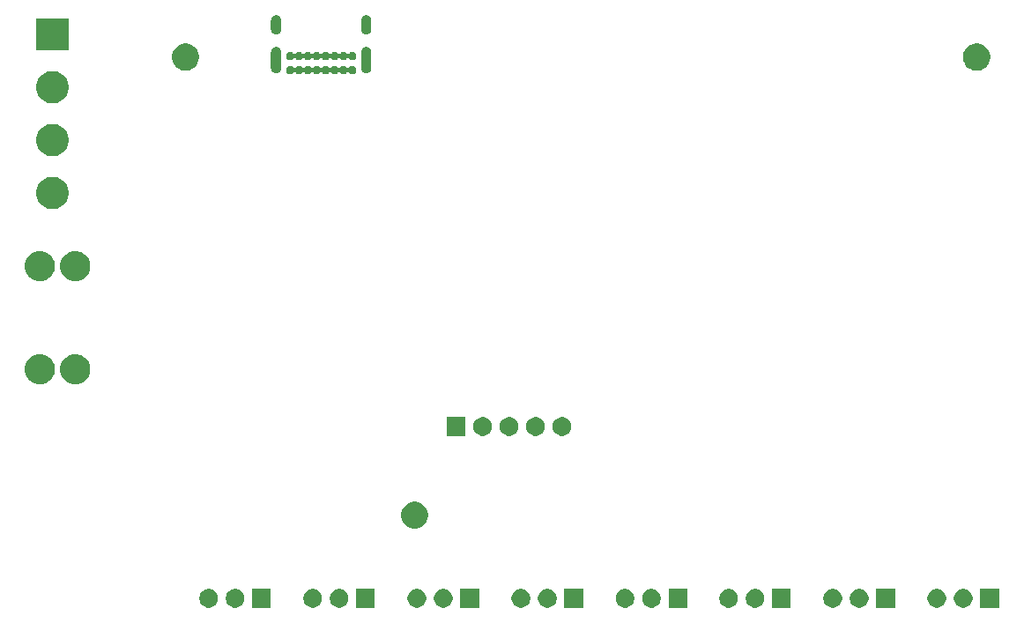
<source format=gbs>
G04 #@! TF.GenerationSoftware,KiCad,Pcbnew,5.1.5-1.fc30*
G04 #@! TF.CreationDate,2020-01-13T20:30:00-05:00*
G04 #@! TF.ProjectId,dot,646f742e-6b69-4636-9164-5f7063625858,rev?*
G04 #@! TF.SameCoordinates,Original*
G04 #@! TF.FileFunction,Soldermask,Bot*
G04 #@! TF.FilePolarity,Negative*
%FSLAX46Y46*%
G04 Gerber Fmt 4.6, Leading zero omitted, Abs format (unit mm)*
G04 Created by KiCad (PCBNEW 5.1.5-1.fc30) date 2020-01-13 20:30:00*
%MOMM*%
%LPD*%
G04 APERTURE LIST*
%ADD10C,0.100000*%
G04 APERTURE END LIST*
D10*
G36*
X141283512Y-118103927D02*
G01*
X141432812Y-118133624D01*
X141596784Y-118201544D01*
X141744354Y-118300147D01*
X141869853Y-118425646D01*
X141968456Y-118573216D01*
X142036376Y-118737188D01*
X142071000Y-118911259D01*
X142071000Y-119088741D01*
X142036376Y-119262812D01*
X141968456Y-119426784D01*
X141869853Y-119574354D01*
X141744354Y-119699853D01*
X141596784Y-119798456D01*
X141432812Y-119866376D01*
X141283512Y-119896073D01*
X141258742Y-119901000D01*
X141081258Y-119901000D01*
X141056488Y-119896073D01*
X140907188Y-119866376D01*
X140743216Y-119798456D01*
X140595646Y-119699853D01*
X140470147Y-119574354D01*
X140371544Y-119426784D01*
X140303624Y-119262812D01*
X140269000Y-119088741D01*
X140269000Y-118911259D01*
X140303624Y-118737188D01*
X140371544Y-118573216D01*
X140470147Y-118425646D01*
X140595646Y-118300147D01*
X140743216Y-118201544D01*
X140907188Y-118133624D01*
X141056488Y-118103927D01*
X141081258Y-118099000D01*
X141258742Y-118099000D01*
X141283512Y-118103927D01*
G37*
G36*
X107191000Y-119901000D02*
G01*
X105389000Y-119901000D01*
X105389000Y-118099000D01*
X107191000Y-118099000D01*
X107191000Y-119901000D01*
G37*
G36*
X77191000Y-119901000D02*
G01*
X75389000Y-119901000D01*
X75389000Y-118099000D01*
X77191000Y-118099000D01*
X77191000Y-119901000D01*
G37*
G36*
X73863512Y-118103927D02*
G01*
X74012812Y-118133624D01*
X74176784Y-118201544D01*
X74324354Y-118300147D01*
X74449853Y-118425646D01*
X74548456Y-118573216D01*
X74616376Y-118737188D01*
X74651000Y-118911259D01*
X74651000Y-119088741D01*
X74616376Y-119262812D01*
X74548456Y-119426784D01*
X74449853Y-119574354D01*
X74324354Y-119699853D01*
X74176784Y-119798456D01*
X74012812Y-119866376D01*
X73863512Y-119896073D01*
X73838742Y-119901000D01*
X73661258Y-119901000D01*
X73636488Y-119896073D01*
X73487188Y-119866376D01*
X73323216Y-119798456D01*
X73175646Y-119699853D01*
X73050147Y-119574354D01*
X72951544Y-119426784D01*
X72883624Y-119262812D01*
X72849000Y-119088741D01*
X72849000Y-118911259D01*
X72883624Y-118737188D01*
X72951544Y-118573216D01*
X73050147Y-118425646D01*
X73175646Y-118300147D01*
X73323216Y-118201544D01*
X73487188Y-118133624D01*
X73636488Y-118103927D01*
X73661258Y-118099000D01*
X73838742Y-118099000D01*
X73863512Y-118103927D01*
G37*
G36*
X71323512Y-118103927D02*
G01*
X71472812Y-118133624D01*
X71636784Y-118201544D01*
X71784354Y-118300147D01*
X71909853Y-118425646D01*
X72008456Y-118573216D01*
X72076376Y-118737188D01*
X72111000Y-118911259D01*
X72111000Y-119088741D01*
X72076376Y-119262812D01*
X72008456Y-119426784D01*
X71909853Y-119574354D01*
X71784354Y-119699853D01*
X71636784Y-119798456D01*
X71472812Y-119866376D01*
X71323512Y-119896073D01*
X71298742Y-119901000D01*
X71121258Y-119901000D01*
X71096488Y-119896073D01*
X70947188Y-119866376D01*
X70783216Y-119798456D01*
X70635646Y-119699853D01*
X70510147Y-119574354D01*
X70411544Y-119426784D01*
X70343624Y-119262812D01*
X70309000Y-119088741D01*
X70309000Y-118911259D01*
X70343624Y-118737188D01*
X70411544Y-118573216D01*
X70510147Y-118425646D01*
X70635646Y-118300147D01*
X70783216Y-118201544D01*
X70947188Y-118133624D01*
X71096488Y-118103927D01*
X71121258Y-118099000D01*
X71298742Y-118099000D01*
X71323512Y-118103927D01*
G37*
G36*
X81323512Y-118103927D02*
G01*
X81472812Y-118133624D01*
X81636784Y-118201544D01*
X81784354Y-118300147D01*
X81909853Y-118425646D01*
X82008456Y-118573216D01*
X82076376Y-118737188D01*
X82111000Y-118911259D01*
X82111000Y-119088741D01*
X82076376Y-119262812D01*
X82008456Y-119426784D01*
X81909853Y-119574354D01*
X81784354Y-119699853D01*
X81636784Y-119798456D01*
X81472812Y-119866376D01*
X81323512Y-119896073D01*
X81298742Y-119901000D01*
X81121258Y-119901000D01*
X81096488Y-119896073D01*
X80947188Y-119866376D01*
X80783216Y-119798456D01*
X80635646Y-119699853D01*
X80510147Y-119574354D01*
X80411544Y-119426784D01*
X80343624Y-119262812D01*
X80309000Y-119088741D01*
X80309000Y-118911259D01*
X80343624Y-118737188D01*
X80411544Y-118573216D01*
X80510147Y-118425646D01*
X80635646Y-118300147D01*
X80783216Y-118201544D01*
X80947188Y-118133624D01*
X81096488Y-118103927D01*
X81121258Y-118099000D01*
X81298742Y-118099000D01*
X81323512Y-118103927D01*
G37*
G36*
X83863512Y-118103927D02*
G01*
X84012812Y-118133624D01*
X84176784Y-118201544D01*
X84324354Y-118300147D01*
X84449853Y-118425646D01*
X84548456Y-118573216D01*
X84616376Y-118737188D01*
X84651000Y-118911259D01*
X84651000Y-119088741D01*
X84616376Y-119262812D01*
X84548456Y-119426784D01*
X84449853Y-119574354D01*
X84324354Y-119699853D01*
X84176784Y-119798456D01*
X84012812Y-119866376D01*
X83863512Y-119896073D01*
X83838742Y-119901000D01*
X83661258Y-119901000D01*
X83636488Y-119896073D01*
X83487188Y-119866376D01*
X83323216Y-119798456D01*
X83175646Y-119699853D01*
X83050147Y-119574354D01*
X82951544Y-119426784D01*
X82883624Y-119262812D01*
X82849000Y-119088741D01*
X82849000Y-118911259D01*
X82883624Y-118737188D01*
X82951544Y-118573216D01*
X83050147Y-118425646D01*
X83175646Y-118300147D01*
X83323216Y-118201544D01*
X83487188Y-118133624D01*
X83636488Y-118103927D01*
X83661258Y-118099000D01*
X83838742Y-118099000D01*
X83863512Y-118103927D01*
G37*
G36*
X87191000Y-119901000D02*
G01*
X85389000Y-119901000D01*
X85389000Y-118099000D01*
X87191000Y-118099000D01*
X87191000Y-119901000D01*
G37*
G36*
X97191000Y-119901000D02*
G01*
X95389000Y-119901000D01*
X95389000Y-118099000D01*
X97191000Y-118099000D01*
X97191000Y-119901000D01*
G37*
G36*
X93863512Y-118103927D02*
G01*
X94012812Y-118133624D01*
X94176784Y-118201544D01*
X94324354Y-118300147D01*
X94449853Y-118425646D01*
X94548456Y-118573216D01*
X94616376Y-118737188D01*
X94651000Y-118911259D01*
X94651000Y-119088741D01*
X94616376Y-119262812D01*
X94548456Y-119426784D01*
X94449853Y-119574354D01*
X94324354Y-119699853D01*
X94176784Y-119798456D01*
X94012812Y-119866376D01*
X93863512Y-119896073D01*
X93838742Y-119901000D01*
X93661258Y-119901000D01*
X93636488Y-119896073D01*
X93487188Y-119866376D01*
X93323216Y-119798456D01*
X93175646Y-119699853D01*
X93050147Y-119574354D01*
X92951544Y-119426784D01*
X92883624Y-119262812D01*
X92849000Y-119088741D01*
X92849000Y-118911259D01*
X92883624Y-118737188D01*
X92951544Y-118573216D01*
X93050147Y-118425646D01*
X93175646Y-118300147D01*
X93323216Y-118201544D01*
X93487188Y-118133624D01*
X93636488Y-118103927D01*
X93661258Y-118099000D01*
X93838742Y-118099000D01*
X93863512Y-118103927D01*
G37*
G36*
X91323512Y-118103927D02*
G01*
X91472812Y-118133624D01*
X91636784Y-118201544D01*
X91784354Y-118300147D01*
X91909853Y-118425646D01*
X92008456Y-118573216D01*
X92076376Y-118737188D01*
X92111000Y-118911259D01*
X92111000Y-119088741D01*
X92076376Y-119262812D01*
X92008456Y-119426784D01*
X91909853Y-119574354D01*
X91784354Y-119699853D01*
X91636784Y-119798456D01*
X91472812Y-119866376D01*
X91323512Y-119896073D01*
X91298742Y-119901000D01*
X91121258Y-119901000D01*
X91096488Y-119896073D01*
X90947188Y-119866376D01*
X90783216Y-119798456D01*
X90635646Y-119699853D01*
X90510147Y-119574354D01*
X90411544Y-119426784D01*
X90343624Y-119262812D01*
X90309000Y-119088741D01*
X90309000Y-118911259D01*
X90343624Y-118737188D01*
X90411544Y-118573216D01*
X90510147Y-118425646D01*
X90635646Y-118300147D01*
X90783216Y-118201544D01*
X90947188Y-118133624D01*
X91096488Y-118103927D01*
X91121258Y-118099000D01*
X91298742Y-118099000D01*
X91323512Y-118103927D01*
G37*
G36*
X101323512Y-118103927D02*
G01*
X101472812Y-118133624D01*
X101636784Y-118201544D01*
X101784354Y-118300147D01*
X101909853Y-118425646D01*
X102008456Y-118573216D01*
X102076376Y-118737188D01*
X102111000Y-118911259D01*
X102111000Y-119088741D01*
X102076376Y-119262812D01*
X102008456Y-119426784D01*
X101909853Y-119574354D01*
X101784354Y-119699853D01*
X101636784Y-119798456D01*
X101472812Y-119866376D01*
X101323512Y-119896073D01*
X101298742Y-119901000D01*
X101121258Y-119901000D01*
X101096488Y-119896073D01*
X100947188Y-119866376D01*
X100783216Y-119798456D01*
X100635646Y-119699853D01*
X100510147Y-119574354D01*
X100411544Y-119426784D01*
X100343624Y-119262812D01*
X100309000Y-119088741D01*
X100309000Y-118911259D01*
X100343624Y-118737188D01*
X100411544Y-118573216D01*
X100510147Y-118425646D01*
X100635646Y-118300147D01*
X100783216Y-118201544D01*
X100947188Y-118133624D01*
X101096488Y-118103927D01*
X101121258Y-118099000D01*
X101298742Y-118099000D01*
X101323512Y-118103927D01*
G37*
G36*
X103863512Y-118103927D02*
G01*
X104012812Y-118133624D01*
X104176784Y-118201544D01*
X104324354Y-118300147D01*
X104449853Y-118425646D01*
X104548456Y-118573216D01*
X104616376Y-118737188D01*
X104651000Y-118911259D01*
X104651000Y-119088741D01*
X104616376Y-119262812D01*
X104548456Y-119426784D01*
X104449853Y-119574354D01*
X104324354Y-119699853D01*
X104176784Y-119798456D01*
X104012812Y-119866376D01*
X103863512Y-119896073D01*
X103838742Y-119901000D01*
X103661258Y-119901000D01*
X103636488Y-119896073D01*
X103487188Y-119866376D01*
X103323216Y-119798456D01*
X103175646Y-119699853D01*
X103050147Y-119574354D01*
X102951544Y-119426784D01*
X102883624Y-119262812D01*
X102849000Y-119088741D01*
X102849000Y-118911259D01*
X102883624Y-118737188D01*
X102951544Y-118573216D01*
X103050147Y-118425646D01*
X103175646Y-118300147D01*
X103323216Y-118201544D01*
X103487188Y-118133624D01*
X103636488Y-118103927D01*
X103661258Y-118099000D01*
X103838742Y-118099000D01*
X103863512Y-118103927D01*
G37*
G36*
X113863512Y-118103927D02*
G01*
X114012812Y-118133624D01*
X114176784Y-118201544D01*
X114324354Y-118300147D01*
X114449853Y-118425646D01*
X114548456Y-118573216D01*
X114616376Y-118737188D01*
X114651000Y-118911259D01*
X114651000Y-119088741D01*
X114616376Y-119262812D01*
X114548456Y-119426784D01*
X114449853Y-119574354D01*
X114324354Y-119699853D01*
X114176784Y-119798456D01*
X114012812Y-119866376D01*
X113863512Y-119896073D01*
X113838742Y-119901000D01*
X113661258Y-119901000D01*
X113636488Y-119896073D01*
X113487188Y-119866376D01*
X113323216Y-119798456D01*
X113175646Y-119699853D01*
X113050147Y-119574354D01*
X112951544Y-119426784D01*
X112883624Y-119262812D01*
X112849000Y-119088741D01*
X112849000Y-118911259D01*
X112883624Y-118737188D01*
X112951544Y-118573216D01*
X113050147Y-118425646D01*
X113175646Y-118300147D01*
X113323216Y-118201544D01*
X113487188Y-118133624D01*
X113636488Y-118103927D01*
X113661258Y-118099000D01*
X113838742Y-118099000D01*
X113863512Y-118103927D01*
G37*
G36*
X117191000Y-119901000D02*
G01*
X115389000Y-119901000D01*
X115389000Y-118099000D01*
X117191000Y-118099000D01*
X117191000Y-119901000D01*
G37*
G36*
X127151000Y-119901000D02*
G01*
X125349000Y-119901000D01*
X125349000Y-118099000D01*
X127151000Y-118099000D01*
X127151000Y-119901000D01*
G37*
G36*
X123823512Y-118103927D02*
G01*
X123972812Y-118133624D01*
X124136784Y-118201544D01*
X124284354Y-118300147D01*
X124409853Y-118425646D01*
X124508456Y-118573216D01*
X124576376Y-118737188D01*
X124611000Y-118911259D01*
X124611000Y-119088741D01*
X124576376Y-119262812D01*
X124508456Y-119426784D01*
X124409853Y-119574354D01*
X124284354Y-119699853D01*
X124136784Y-119798456D01*
X123972812Y-119866376D01*
X123823512Y-119896073D01*
X123798742Y-119901000D01*
X123621258Y-119901000D01*
X123596488Y-119896073D01*
X123447188Y-119866376D01*
X123283216Y-119798456D01*
X123135646Y-119699853D01*
X123010147Y-119574354D01*
X122911544Y-119426784D01*
X122843624Y-119262812D01*
X122809000Y-119088741D01*
X122809000Y-118911259D01*
X122843624Y-118737188D01*
X122911544Y-118573216D01*
X123010147Y-118425646D01*
X123135646Y-118300147D01*
X123283216Y-118201544D01*
X123447188Y-118133624D01*
X123596488Y-118103927D01*
X123621258Y-118099000D01*
X123798742Y-118099000D01*
X123823512Y-118103927D01*
G37*
G36*
X121283512Y-118103927D02*
G01*
X121432812Y-118133624D01*
X121596784Y-118201544D01*
X121744354Y-118300147D01*
X121869853Y-118425646D01*
X121968456Y-118573216D01*
X122036376Y-118737188D01*
X122071000Y-118911259D01*
X122071000Y-119088741D01*
X122036376Y-119262812D01*
X121968456Y-119426784D01*
X121869853Y-119574354D01*
X121744354Y-119699853D01*
X121596784Y-119798456D01*
X121432812Y-119866376D01*
X121283512Y-119896073D01*
X121258742Y-119901000D01*
X121081258Y-119901000D01*
X121056488Y-119896073D01*
X120907188Y-119866376D01*
X120743216Y-119798456D01*
X120595646Y-119699853D01*
X120470147Y-119574354D01*
X120371544Y-119426784D01*
X120303624Y-119262812D01*
X120269000Y-119088741D01*
X120269000Y-118911259D01*
X120303624Y-118737188D01*
X120371544Y-118573216D01*
X120470147Y-118425646D01*
X120595646Y-118300147D01*
X120743216Y-118201544D01*
X120907188Y-118133624D01*
X121056488Y-118103927D01*
X121081258Y-118099000D01*
X121258742Y-118099000D01*
X121283512Y-118103927D01*
G37*
G36*
X131283512Y-118103927D02*
G01*
X131432812Y-118133624D01*
X131596784Y-118201544D01*
X131744354Y-118300147D01*
X131869853Y-118425646D01*
X131968456Y-118573216D01*
X132036376Y-118737188D01*
X132071000Y-118911259D01*
X132071000Y-119088741D01*
X132036376Y-119262812D01*
X131968456Y-119426784D01*
X131869853Y-119574354D01*
X131744354Y-119699853D01*
X131596784Y-119798456D01*
X131432812Y-119866376D01*
X131283512Y-119896073D01*
X131258742Y-119901000D01*
X131081258Y-119901000D01*
X131056488Y-119896073D01*
X130907188Y-119866376D01*
X130743216Y-119798456D01*
X130595646Y-119699853D01*
X130470147Y-119574354D01*
X130371544Y-119426784D01*
X130303624Y-119262812D01*
X130269000Y-119088741D01*
X130269000Y-118911259D01*
X130303624Y-118737188D01*
X130371544Y-118573216D01*
X130470147Y-118425646D01*
X130595646Y-118300147D01*
X130743216Y-118201544D01*
X130907188Y-118133624D01*
X131056488Y-118103927D01*
X131081258Y-118099000D01*
X131258742Y-118099000D01*
X131283512Y-118103927D01*
G37*
G36*
X133823512Y-118103927D02*
G01*
X133972812Y-118133624D01*
X134136784Y-118201544D01*
X134284354Y-118300147D01*
X134409853Y-118425646D01*
X134508456Y-118573216D01*
X134576376Y-118737188D01*
X134611000Y-118911259D01*
X134611000Y-119088741D01*
X134576376Y-119262812D01*
X134508456Y-119426784D01*
X134409853Y-119574354D01*
X134284354Y-119699853D01*
X134136784Y-119798456D01*
X133972812Y-119866376D01*
X133823512Y-119896073D01*
X133798742Y-119901000D01*
X133621258Y-119901000D01*
X133596488Y-119896073D01*
X133447188Y-119866376D01*
X133283216Y-119798456D01*
X133135646Y-119699853D01*
X133010147Y-119574354D01*
X132911544Y-119426784D01*
X132843624Y-119262812D01*
X132809000Y-119088741D01*
X132809000Y-118911259D01*
X132843624Y-118737188D01*
X132911544Y-118573216D01*
X133010147Y-118425646D01*
X133135646Y-118300147D01*
X133283216Y-118201544D01*
X133447188Y-118133624D01*
X133596488Y-118103927D01*
X133621258Y-118099000D01*
X133798742Y-118099000D01*
X133823512Y-118103927D01*
G37*
G36*
X137151000Y-119901000D02*
G01*
X135349000Y-119901000D01*
X135349000Y-118099000D01*
X137151000Y-118099000D01*
X137151000Y-119901000D01*
G37*
G36*
X147151000Y-119901000D02*
G01*
X145349000Y-119901000D01*
X145349000Y-118099000D01*
X147151000Y-118099000D01*
X147151000Y-119901000D01*
G37*
G36*
X143823512Y-118103927D02*
G01*
X143972812Y-118133624D01*
X144136784Y-118201544D01*
X144284354Y-118300147D01*
X144409853Y-118425646D01*
X144508456Y-118573216D01*
X144576376Y-118737188D01*
X144611000Y-118911259D01*
X144611000Y-119088741D01*
X144576376Y-119262812D01*
X144508456Y-119426784D01*
X144409853Y-119574354D01*
X144284354Y-119699853D01*
X144136784Y-119798456D01*
X143972812Y-119866376D01*
X143823512Y-119896073D01*
X143798742Y-119901000D01*
X143621258Y-119901000D01*
X143596488Y-119896073D01*
X143447188Y-119866376D01*
X143283216Y-119798456D01*
X143135646Y-119699853D01*
X143010147Y-119574354D01*
X142911544Y-119426784D01*
X142843624Y-119262812D01*
X142809000Y-119088741D01*
X142809000Y-118911259D01*
X142843624Y-118737188D01*
X142911544Y-118573216D01*
X143010147Y-118425646D01*
X143135646Y-118300147D01*
X143283216Y-118201544D01*
X143447188Y-118133624D01*
X143596488Y-118103927D01*
X143621258Y-118099000D01*
X143798742Y-118099000D01*
X143823512Y-118103927D01*
G37*
G36*
X111323512Y-118103927D02*
G01*
X111472812Y-118133624D01*
X111636784Y-118201544D01*
X111784354Y-118300147D01*
X111909853Y-118425646D01*
X112008456Y-118573216D01*
X112076376Y-118737188D01*
X112111000Y-118911259D01*
X112111000Y-119088741D01*
X112076376Y-119262812D01*
X112008456Y-119426784D01*
X111909853Y-119574354D01*
X111784354Y-119699853D01*
X111636784Y-119798456D01*
X111472812Y-119866376D01*
X111323512Y-119896073D01*
X111298742Y-119901000D01*
X111121258Y-119901000D01*
X111096488Y-119896073D01*
X110947188Y-119866376D01*
X110783216Y-119798456D01*
X110635646Y-119699853D01*
X110510147Y-119574354D01*
X110411544Y-119426784D01*
X110343624Y-119262812D01*
X110309000Y-119088741D01*
X110309000Y-118911259D01*
X110343624Y-118737188D01*
X110411544Y-118573216D01*
X110510147Y-118425646D01*
X110635646Y-118300147D01*
X110783216Y-118201544D01*
X110947188Y-118133624D01*
X111096488Y-118103927D01*
X111121258Y-118099000D01*
X111298742Y-118099000D01*
X111323512Y-118103927D01*
G37*
G36*
X91379487Y-109748996D02*
G01*
X91616253Y-109847068D01*
X91616255Y-109847069D01*
X91829339Y-109989447D01*
X92010553Y-110170661D01*
X92152932Y-110383747D01*
X92251004Y-110620513D01*
X92301000Y-110871861D01*
X92301000Y-111128139D01*
X92251004Y-111379487D01*
X92152932Y-111616253D01*
X92152931Y-111616255D01*
X92010553Y-111829339D01*
X91829339Y-112010553D01*
X91616255Y-112152931D01*
X91616254Y-112152932D01*
X91616253Y-112152932D01*
X91379487Y-112251004D01*
X91128139Y-112301000D01*
X90871861Y-112301000D01*
X90620513Y-112251004D01*
X90383747Y-112152932D01*
X90383746Y-112152932D01*
X90383745Y-112152931D01*
X90170661Y-112010553D01*
X89989447Y-111829339D01*
X89847069Y-111616255D01*
X89847068Y-111616253D01*
X89748996Y-111379487D01*
X89699000Y-111128139D01*
X89699000Y-110871861D01*
X89748996Y-110620513D01*
X89847068Y-110383747D01*
X89989447Y-110170661D01*
X90170661Y-109989447D01*
X90383745Y-109847069D01*
X90383747Y-109847068D01*
X90620513Y-109748996D01*
X90871861Y-109699000D01*
X91128139Y-109699000D01*
X91379487Y-109748996D01*
G37*
G36*
X97653512Y-101603927D02*
G01*
X97802812Y-101633624D01*
X97966784Y-101701544D01*
X98114354Y-101800147D01*
X98239853Y-101925646D01*
X98338456Y-102073216D01*
X98406376Y-102237188D01*
X98441000Y-102411259D01*
X98441000Y-102588741D01*
X98406376Y-102762812D01*
X98338456Y-102926784D01*
X98239853Y-103074354D01*
X98114354Y-103199853D01*
X97966784Y-103298456D01*
X97802812Y-103366376D01*
X97653512Y-103396073D01*
X97628742Y-103401000D01*
X97451258Y-103401000D01*
X97426488Y-103396073D01*
X97277188Y-103366376D01*
X97113216Y-103298456D01*
X96965646Y-103199853D01*
X96840147Y-103074354D01*
X96741544Y-102926784D01*
X96673624Y-102762812D01*
X96639000Y-102588741D01*
X96639000Y-102411259D01*
X96673624Y-102237188D01*
X96741544Y-102073216D01*
X96840147Y-101925646D01*
X96965646Y-101800147D01*
X97113216Y-101701544D01*
X97277188Y-101633624D01*
X97426488Y-101603927D01*
X97451258Y-101599000D01*
X97628742Y-101599000D01*
X97653512Y-101603927D01*
G37*
G36*
X105273512Y-101603927D02*
G01*
X105422812Y-101633624D01*
X105586784Y-101701544D01*
X105734354Y-101800147D01*
X105859853Y-101925646D01*
X105958456Y-102073216D01*
X106026376Y-102237188D01*
X106061000Y-102411259D01*
X106061000Y-102588741D01*
X106026376Y-102762812D01*
X105958456Y-102926784D01*
X105859853Y-103074354D01*
X105734354Y-103199853D01*
X105586784Y-103298456D01*
X105422812Y-103366376D01*
X105273512Y-103396073D01*
X105248742Y-103401000D01*
X105071258Y-103401000D01*
X105046488Y-103396073D01*
X104897188Y-103366376D01*
X104733216Y-103298456D01*
X104585646Y-103199853D01*
X104460147Y-103074354D01*
X104361544Y-102926784D01*
X104293624Y-102762812D01*
X104259000Y-102588741D01*
X104259000Y-102411259D01*
X104293624Y-102237188D01*
X104361544Y-102073216D01*
X104460147Y-101925646D01*
X104585646Y-101800147D01*
X104733216Y-101701544D01*
X104897188Y-101633624D01*
X105046488Y-101603927D01*
X105071258Y-101599000D01*
X105248742Y-101599000D01*
X105273512Y-101603927D01*
G37*
G36*
X100193512Y-101603927D02*
G01*
X100342812Y-101633624D01*
X100506784Y-101701544D01*
X100654354Y-101800147D01*
X100779853Y-101925646D01*
X100878456Y-102073216D01*
X100946376Y-102237188D01*
X100981000Y-102411259D01*
X100981000Y-102588741D01*
X100946376Y-102762812D01*
X100878456Y-102926784D01*
X100779853Y-103074354D01*
X100654354Y-103199853D01*
X100506784Y-103298456D01*
X100342812Y-103366376D01*
X100193512Y-103396073D01*
X100168742Y-103401000D01*
X99991258Y-103401000D01*
X99966488Y-103396073D01*
X99817188Y-103366376D01*
X99653216Y-103298456D01*
X99505646Y-103199853D01*
X99380147Y-103074354D01*
X99281544Y-102926784D01*
X99213624Y-102762812D01*
X99179000Y-102588741D01*
X99179000Y-102411259D01*
X99213624Y-102237188D01*
X99281544Y-102073216D01*
X99380147Y-101925646D01*
X99505646Y-101800147D01*
X99653216Y-101701544D01*
X99817188Y-101633624D01*
X99966488Y-101603927D01*
X99991258Y-101599000D01*
X100168742Y-101599000D01*
X100193512Y-101603927D01*
G37*
G36*
X95901000Y-103401000D02*
G01*
X94099000Y-103401000D01*
X94099000Y-101599000D01*
X95901000Y-101599000D01*
X95901000Y-103401000D01*
G37*
G36*
X102733512Y-101603927D02*
G01*
X102882812Y-101633624D01*
X103046784Y-101701544D01*
X103194354Y-101800147D01*
X103319853Y-101925646D01*
X103418456Y-102073216D01*
X103486376Y-102237188D01*
X103521000Y-102411259D01*
X103521000Y-102588741D01*
X103486376Y-102762812D01*
X103418456Y-102926784D01*
X103319853Y-103074354D01*
X103194354Y-103199853D01*
X103046784Y-103298456D01*
X102882812Y-103366376D01*
X102733512Y-103396073D01*
X102708742Y-103401000D01*
X102531258Y-103401000D01*
X102506488Y-103396073D01*
X102357188Y-103366376D01*
X102193216Y-103298456D01*
X102045646Y-103199853D01*
X101920147Y-103074354D01*
X101821544Y-102926784D01*
X101753624Y-102762812D01*
X101719000Y-102588741D01*
X101719000Y-102411259D01*
X101753624Y-102237188D01*
X101821544Y-102073216D01*
X101920147Y-101925646D01*
X102045646Y-101800147D01*
X102193216Y-101701544D01*
X102357188Y-101633624D01*
X102506488Y-101603927D01*
X102531258Y-101599000D01*
X102708742Y-101599000D01*
X102733512Y-101603927D01*
G37*
G36*
X58681125Y-95586689D02*
G01*
X58820324Y-95614377D01*
X58928949Y-95659371D01*
X59082568Y-95723002D01*
X59318583Y-95880702D01*
X59519298Y-96081417D01*
X59676998Y-96317432D01*
X59785623Y-96579677D01*
X59841000Y-96858073D01*
X59841000Y-97141927D01*
X59785623Y-97420323D01*
X59676998Y-97682568D01*
X59519298Y-97918583D01*
X59318583Y-98119298D01*
X59082568Y-98276998D01*
X58928949Y-98340629D01*
X58820324Y-98385623D01*
X58681125Y-98413311D01*
X58541927Y-98441000D01*
X58258073Y-98441000D01*
X58118875Y-98413311D01*
X57979676Y-98385623D01*
X57871051Y-98340629D01*
X57717432Y-98276998D01*
X57481417Y-98119298D01*
X57280702Y-97918583D01*
X57123002Y-97682568D01*
X57014377Y-97420323D01*
X56959000Y-97141927D01*
X56959000Y-96858073D01*
X57014377Y-96579677D01*
X57123002Y-96317432D01*
X57280702Y-96081417D01*
X57481417Y-95880702D01*
X57717432Y-95723002D01*
X57871051Y-95659371D01*
X57979676Y-95614377D01*
X58118875Y-95586689D01*
X58258073Y-95559000D01*
X58541927Y-95559000D01*
X58681125Y-95586689D01*
G37*
G36*
X55281125Y-95586689D02*
G01*
X55420324Y-95614377D01*
X55528949Y-95659371D01*
X55682568Y-95723002D01*
X55918583Y-95880702D01*
X56119298Y-96081417D01*
X56276998Y-96317432D01*
X56385623Y-96579677D01*
X56441000Y-96858073D01*
X56441000Y-97141927D01*
X56385623Y-97420323D01*
X56276998Y-97682568D01*
X56119298Y-97918583D01*
X55918583Y-98119298D01*
X55682568Y-98276998D01*
X55528949Y-98340629D01*
X55420324Y-98385623D01*
X55281125Y-98413311D01*
X55141927Y-98441000D01*
X54858073Y-98441000D01*
X54718875Y-98413311D01*
X54579676Y-98385623D01*
X54471051Y-98340629D01*
X54317432Y-98276998D01*
X54081417Y-98119298D01*
X53880702Y-97918583D01*
X53723002Y-97682568D01*
X53614377Y-97420323D01*
X53559000Y-97141927D01*
X53559000Y-96858073D01*
X53614377Y-96579677D01*
X53723002Y-96317432D01*
X53880702Y-96081417D01*
X54081417Y-95880702D01*
X54317432Y-95723002D01*
X54471051Y-95659371D01*
X54579676Y-95614377D01*
X54718875Y-95586689D01*
X54858073Y-95559000D01*
X55141927Y-95559000D01*
X55281125Y-95586689D01*
G37*
G36*
X55281125Y-85666689D02*
G01*
X55420324Y-85694377D01*
X55528949Y-85739371D01*
X55682568Y-85803002D01*
X55918583Y-85960702D01*
X56119298Y-86161417D01*
X56276998Y-86397432D01*
X56385623Y-86659677D01*
X56441000Y-86938073D01*
X56441000Y-87221927D01*
X56385623Y-87500323D01*
X56276998Y-87762568D01*
X56119298Y-87998583D01*
X55918583Y-88199298D01*
X55682568Y-88356998D01*
X55528949Y-88420629D01*
X55420324Y-88465623D01*
X55281125Y-88493312D01*
X55141927Y-88521000D01*
X54858073Y-88521000D01*
X54718875Y-88493312D01*
X54579676Y-88465623D01*
X54471051Y-88420629D01*
X54317432Y-88356998D01*
X54081417Y-88199298D01*
X53880702Y-87998583D01*
X53723002Y-87762568D01*
X53614377Y-87500323D01*
X53559000Y-87221927D01*
X53559000Y-86938073D01*
X53614377Y-86659677D01*
X53723002Y-86397432D01*
X53880702Y-86161417D01*
X54081417Y-85960702D01*
X54317432Y-85803002D01*
X54471051Y-85739371D01*
X54579676Y-85694377D01*
X54718875Y-85666689D01*
X54858073Y-85639000D01*
X55141927Y-85639000D01*
X55281125Y-85666689D01*
G37*
G36*
X58681125Y-85666689D02*
G01*
X58820324Y-85694377D01*
X58928949Y-85739371D01*
X59082568Y-85803002D01*
X59318583Y-85960702D01*
X59519298Y-86161417D01*
X59676998Y-86397432D01*
X59785623Y-86659677D01*
X59841000Y-86938073D01*
X59841000Y-87221927D01*
X59785623Y-87500323D01*
X59676998Y-87762568D01*
X59519298Y-87998583D01*
X59318583Y-88199298D01*
X59082568Y-88356998D01*
X58928949Y-88420629D01*
X58820324Y-88465623D01*
X58681125Y-88493312D01*
X58541927Y-88521000D01*
X58258073Y-88521000D01*
X58118875Y-88493312D01*
X57979676Y-88465623D01*
X57871051Y-88420629D01*
X57717432Y-88356998D01*
X57481417Y-88199298D01*
X57280702Y-87998583D01*
X57123002Y-87762568D01*
X57014377Y-87500323D01*
X56959000Y-87221927D01*
X56959000Y-86938073D01*
X57014377Y-86659677D01*
X57123002Y-86397432D01*
X57280702Y-86161417D01*
X57481417Y-85960702D01*
X57717432Y-85803002D01*
X57871051Y-85739371D01*
X57979676Y-85694377D01*
X58118875Y-85666689D01*
X58258073Y-85639000D01*
X58541927Y-85639000D01*
X58681125Y-85666689D01*
G37*
G36*
X56502585Y-78538802D02*
G01*
X56652410Y-78568604D01*
X56934674Y-78685521D01*
X57188705Y-78855259D01*
X57404741Y-79071295D01*
X57574479Y-79325326D01*
X57691396Y-79607590D01*
X57751000Y-79907240D01*
X57751000Y-80212760D01*
X57691396Y-80512410D01*
X57574479Y-80794674D01*
X57404741Y-81048705D01*
X57188705Y-81264741D01*
X56934674Y-81434479D01*
X56652410Y-81551396D01*
X56502585Y-81581198D01*
X56352761Y-81611000D01*
X56047239Y-81611000D01*
X55897415Y-81581198D01*
X55747590Y-81551396D01*
X55465326Y-81434479D01*
X55211295Y-81264741D01*
X54995259Y-81048705D01*
X54825521Y-80794674D01*
X54708604Y-80512410D01*
X54649000Y-80212760D01*
X54649000Y-79907240D01*
X54708604Y-79607590D01*
X54825521Y-79325326D01*
X54995259Y-79071295D01*
X55211295Y-78855259D01*
X55465326Y-78685521D01*
X55747590Y-78568604D01*
X55897415Y-78538802D01*
X56047239Y-78509000D01*
X56352761Y-78509000D01*
X56502585Y-78538802D01*
G37*
G36*
X56502585Y-73458802D02*
G01*
X56652410Y-73488604D01*
X56934674Y-73605521D01*
X57188705Y-73775259D01*
X57404741Y-73991295D01*
X57574479Y-74245326D01*
X57691396Y-74527590D01*
X57751000Y-74827240D01*
X57751000Y-75132760D01*
X57691396Y-75432410D01*
X57574479Y-75714674D01*
X57404741Y-75968705D01*
X57188705Y-76184741D01*
X56934674Y-76354479D01*
X56652410Y-76471396D01*
X56502585Y-76501198D01*
X56352761Y-76531000D01*
X56047239Y-76531000D01*
X55897415Y-76501198D01*
X55747590Y-76471396D01*
X55465326Y-76354479D01*
X55211295Y-76184741D01*
X54995259Y-75968705D01*
X54825521Y-75714674D01*
X54708604Y-75432410D01*
X54649000Y-75132760D01*
X54649000Y-74827240D01*
X54708604Y-74527590D01*
X54825521Y-74245326D01*
X54995259Y-73991295D01*
X55211295Y-73775259D01*
X55465326Y-73605521D01*
X55747590Y-73488604D01*
X55897415Y-73458802D01*
X56047239Y-73429000D01*
X56352761Y-73429000D01*
X56502585Y-73458802D01*
G37*
G36*
X56488368Y-68375974D02*
G01*
X56652410Y-68408604D01*
X56934674Y-68525521D01*
X57188705Y-68695259D01*
X57404741Y-68911295D01*
X57574479Y-69165326D01*
X57691396Y-69447590D01*
X57751000Y-69747240D01*
X57751000Y-70052760D01*
X57691396Y-70352410D01*
X57574479Y-70634674D01*
X57404741Y-70888705D01*
X57188705Y-71104741D01*
X56934674Y-71274479D01*
X56652410Y-71391396D01*
X56502585Y-71421198D01*
X56352761Y-71451000D01*
X56047239Y-71451000D01*
X55897415Y-71421198D01*
X55747590Y-71391396D01*
X55465326Y-71274479D01*
X55211295Y-71104741D01*
X54995259Y-70888705D01*
X54825521Y-70634674D01*
X54708604Y-70352410D01*
X54649000Y-70052760D01*
X54649000Y-69747240D01*
X54708604Y-69447590D01*
X54825521Y-69165326D01*
X54995259Y-68911295D01*
X55211295Y-68695259D01*
X55465326Y-68525521D01*
X55747590Y-68408604D01*
X55911632Y-68375974D01*
X56047239Y-68349000D01*
X56352761Y-68349000D01*
X56488368Y-68375974D01*
G37*
G36*
X79128231Y-67856705D02*
G01*
X79166967Y-67864410D01*
X79197195Y-67876931D01*
X79239944Y-67894638D01*
X79305622Y-67938523D01*
X79361478Y-67994379D01*
X79371067Y-68008730D01*
X79386613Y-68027672D01*
X79405555Y-68043217D01*
X79427165Y-68054768D01*
X79450614Y-68061881D01*
X79475001Y-68064283D01*
X79499387Y-68061881D01*
X79522836Y-68054768D01*
X79544446Y-68043217D01*
X79563388Y-68027671D01*
X79578933Y-68008730D01*
X79588522Y-67994379D01*
X79644378Y-67938523D01*
X79710056Y-67894638D01*
X79752805Y-67876931D01*
X79783033Y-67864410D01*
X79821769Y-67856705D01*
X79860504Y-67849000D01*
X79939496Y-67849000D01*
X79978231Y-67856705D01*
X80016967Y-67864410D01*
X80047195Y-67876931D01*
X80089944Y-67894638D01*
X80155622Y-67938523D01*
X80211478Y-67994379D01*
X80221067Y-68008730D01*
X80236613Y-68027672D01*
X80255555Y-68043217D01*
X80277165Y-68054768D01*
X80300614Y-68061881D01*
X80325001Y-68064283D01*
X80349387Y-68061881D01*
X80372836Y-68054768D01*
X80394446Y-68043217D01*
X80413388Y-68027671D01*
X80428933Y-68008730D01*
X80438522Y-67994379D01*
X80494378Y-67938523D01*
X80560056Y-67894638D01*
X80602805Y-67876931D01*
X80633033Y-67864410D01*
X80671769Y-67856705D01*
X80710504Y-67849000D01*
X80789496Y-67849000D01*
X80828231Y-67856705D01*
X80866967Y-67864410D01*
X80897195Y-67876931D01*
X80939944Y-67894638D01*
X81005622Y-67938523D01*
X81061478Y-67994379D01*
X81071067Y-68008730D01*
X81086613Y-68027672D01*
X81105555Y-68043217D01*
X81127165Y-68054768D01*
X81150614Y-68061881D01*
X81175001Y-68064283D01*
X81199387Y-68061881D01*
X81222836Y-68054768D01*
X81244446Y-68043217D01*
X81263388Y-68027671D01*
X81278933Y-68008730D01*
X81288522Y-67994379D01*
X81344378Y-67938523D01*
X81410056Y-67894638D01*
X81452805Y-67876931D01*
X81483033Y-67864410D01*
X81521769Y-67856705D01*
X81560504Y-67849000D01*
X81639496Y-67849000D01*
X81678231Y-67856705D01*
X81716967Y-67864410D01*
X81747195Y-67876931D01*
X81789944Y-67894638D01*
X81855622Y-67938523D01*
X81911478Y-67994379D01*
X81921067Y-68008730D01*
X81936613Y-68027672D01*
X81955555Y-68043217D01*
X81977165Y-68054768D01*
X82000614Y-68061881D01*
X82025001Y-68064283D01*
X82049387Y-68061881D01*
X82072836Y-68054768D01*
X82094446Y-68043217D01*
X82113388Y-68027671D01*
X82128933Y-68008730D01*
X82138522Y-67994379D01*
X82194378Y-67938523D01*
X82260056Y-67894638D01*
X82302805Y-67876931D01*
X82333033Y-67864410D01*
X82371769Y-67856705D01*
X82410504Y-67849000D01*
X82489496Y-67849000D01*
X82528231Y-67856705D01*
X82566967Y-67864410D01*
X82597195Y-67876931D01*
X82639944Y-67894638D01*
X82705622Y-67938523D01*
X82761478Y-67994379D01*
X82771067Y-68008730D01*
X82786613Y-68027672D01*
X82805555Y-68043217D01*
X82827165Y-68054768D01*
X82850614Y-68061881D01*
X82875001Y-68064283D01*
X82899387Y-68061881D01*
X82922836Y-68054768D01*
X82944446Y-68043217D01*
X82963388Y-68027671D01*
X82978933Y-68008730D01*
X82988522Y-67994379D01*
X83044378Y-67938523D01*
X83110056Y-67894638D01*
X83152805Y-67876931D01*
X83183033Y-67864410D01*
X83221769Y-67856705D01*
X83260504Y-67849000D01*
X83339496Y-67849000D01*
X83378231Y-67856705D01*
X83416967Y-67864410D01*
X83447195Y-67876931D01*
X83489944Y-67894638D01*
X83555622Y-67938523D01*
X83611478Y-67994379D01*
X83621067Y-68008730D01*
X83636613Y-68027672D01*
X83655555Y-68043217D01*
X83677165Y-68054768D01*
X83700614Y-68061881D01*
X83725001Y-68064283D01*
X83749387Y-68061881D01*
X83772836Y-68054768D01*
X83794446Y-68043217D01*
X83813388Y-68027671D01*
X83828933Y-68008730D01*
X83838522Y-67994379D01*
X83894378Y-67938523D01*
X83960056Y-67894638D01*
X84002805Y-67876931D01*
X84033033Y-67864410D01*
X84071769Y-67856705D01*
X84110504Y-67849000D01*
X84189496Y-67849000D01*
X84228231Y-67856705D01*
X84266967Y-67864410D01*
X84297195Y-67876931D01*
X84339944Y-67894638D01*
X84405622Y-67938523D01*
X84461478Y-67994379D01*
X84471067Y-68008730D01*
X84486613Y-68027672D01*
X84505555Y-68043217D01*
X84527165Y-68054768D01*
X84550614Y-68061881D01*
X84575001Y-68064283D01*
X84599387Y-68061881D01*
X84622836Y-68054768D01*
X84644446Y-68043217D01*
X84663388Y-68027671D01*
X84678933Y-68008730D01*
X84688522Y-67994379D01*
X84744378Y-67938523D01*
X84810056Y-67894638D01*
X84852805Y-67876931D01*
X84883033Y-67864410D01*
X84921769Y-67856705D01*
X84960504Y-67849000D01*
X85039496Y-67849000D01*
X85078231Y-67856705D01*
X85116967Y-67864410D01*
X85147195Y-67876931D01*
X85189944Y-67894638D01*
X85255622Y-67938523D01*
X85311477Y-67994378D01*
X85355362Y-68060056D01*
X85373069Y-68102805D01*
X85385590Y-68133033D01*
X85401000Y-68210505D01*
X85401000Y-68289495D01*
X85385590Y-68366967D01*
X85373069Y-68397195D01*
X85355362Y-68439944D01*
X85311477Y-68505622D01*
X85255622Y-68561477D01*
X85189944Y-68605362D01*
X85147195Y-68623069D01*
X85116967Y-68635590D01*
X85078231Y-68643295D01*
X85039496Y-68651000D01*
X84960504Y-68651000D01*
X84921769Y-68643295D01*
X84883033Y-68635590D01*
X84852805Y-68623069D01*
X84810056Y-68605362D01*
X84744378Y-68561477D01*
X84688522Y-68505621D01*
X84678933Y-68491270D01*
X84663387Y-68472328D01*
X84644445Y-68456783D01*
X84622835Y-68445232D01*
X84599386Y-68438119D01*
X84574999Y-68435717D01*
X84550613Y-68438119D01*
X84527164Y-68445232D01*
X84505554Y-68456783D01*
X84486612Y-68472329D01*
X84471067Y-68491270D01*
X84461478Y-68505621D01*
X84405622Y-68561477D01*
X84339944Y-68605362D01*
X84297195Y-68623069D01*
X84266967Y-68635590D01*
X84228231Y-68643295D01*
X84189496Y-68651000D01*
X84110504Y-68651000D01*
X84071769Y-68643295D01*
X84033033Y-68635590D01*
X84002805Y-68623069D01*
X83960056Y-68605362D01*
X83894378Y-68561477D01*
X83838522Y-68505621D01*
X83828933Y-68491270D01*
X83813387Y-68472328D01*
X83794445Y-68456783D01*
X83772835Y-68445232D01*
X83749386Y-68438119D01*
X83724999Y-68435717D01*
X83700613Y-68438119D01*
X83677164Y-68445232D01*
X83655554Y-68456783D01*
X83636612Y-68472329D01*
X83621067Y-68491270D01*
X83611478Y-68505621D01*
X83555622Y-68561477D01*
X83489944Y-68605362D01*
X83447195Y-68623069D01*
X83416967Y-68635590D01*
X83378231Y-68643295D01*
X83339496Y-68651000D01*
X83260504Y-68651000D01*
X83221769Y-68643295D01*
X83183033Y-68635590D01*
X83152805Y-68623069D01*
X83110056Y-68605362D01*
X83044378Y-68561477D01*
X82988522Y-68505621D01*
X82978933Y-68491270D01*
X82963387Y-68472328D01*
X82944445Y-68456783D01*
X82922835Y-68445232D01*
X82899386Y-68438119D01*
X82874999Y-68435717D01*
X82850613Y-68438119D01*
X82827164Y-68445232D01*
X82805554Y-68456783D01*
X82786612Y-68472329D01*
X82771067Y-68491270D01*
X82761478Y-68505621D01*
X82705622Y-68561477D01*
X82639944Y-68605362D01*
X82597195Y-68623069D01*
X82566967Y-68635590D01*
X82528231Y-68643295D01*
X82489496Y-68651000D01*
X82410504Y-68651000D01*
X82371769Y-68643295D01*
X82333033Y-68635590D01*
X82302805Y-68623069D01*
X82260056Y-68605362D01*
X82194378Y-68561477D01*
X82138522Y-68505621D01*
X82128933Y-68491270D01*
X82113387Y-68472328D01*
X82094445Y-68456783D01*
X82072835Y-68445232D01*
X82049386Y-68438119D01*
X82024999Y-68435717D01*
X82000613Y-68438119D01*
X81977164Y-68445232D01*
X81955554Y-68456783D01*
X81936612Y-68472329D01*
X81921067Y-68491270D01*
X81911478Y-68505621D01*
X81855622Y-68561477D01*
X81789944Y-68605362D01*
X81747195Y-68623069D01*
X81716967Y-68635590D01*
X81678231Y-68643295D01*
X81639496Y-68651000D01*
X81560504Y-68651000D01*
X81521769Y-68643295D01*
X81483033Y-68635590D01*
X81452805Y-68623069D01*
X81410056Y-68605362D01*
X81344378Y-68561477D01*
X81288522Y-68505621D01*
X81278933Y-68491270D01*
X81263387Y-68472328D01*
X81244445Y-68456783D01*
X81222835Y-68445232D01*
X81199386Y-68438119D01*
X81174999Y-68435717D01*
X81150613Y-68438119D01*
X81127164Y-68445232D01*
X81105554Y-68456783D01*
X81086612Y-68472329D01*
X81071067Y-68491270D01*
X81061478Y-68505621D01*
X81005622Y-68561477D01*
X80939944Y-68605362D01*
X80897195Y-68623069D01*
X80866967Y-68635590D01*
X80828231Y-68643295D01*
X80789496Y-68651000D01*
X80710504Y-68651000D01*
X80671769Y-68643295D01*
X80633033Y-68635590D01*
X80602805Y-68623069D01*
X80560056Y-68605362D01*
X80494378Y-68561477D01*
X80438522Y-68505621D01*
X80428933Y-68491270D01*
X80413387Y-68472328D01*
X80394445Y-68456783D01*
X80372835Y-68445232D01*
X80349386Y-68438119D01*
X80324999Y-68435717D01*
X80300613Y-68438119D01*
X80277164Y-68445232D01*
X80255554Y-68456783D01*
X80236612Y-68472329D01*
X80221067Y-68491270D01*
X80211478Y-68505621D01*
X80155622Y-68561477D01*
X80089944Y-68605362D01*
X80047195Y-68623069D01*
X80016967Y-68635590D01*
X79978231Y-68643295D01*
X79939496Y-68651000D01*
X79860504Y-68651000D01*
X79821769Y-68643295D01*
X79783033Y-68635590D01*
X79752805Y-68623069D01*
X79710056Y-68605362D01*
X79644378Y-68561477D01*
X79588522Y-68505621D01*
X79578933Y-68491270D01*
X79563387Y-68472328D01*
X79544445Y-68456783D01*
X79522835Y-68445232D01*
X79499386Y-68438119D01*
X79474999Y-68435717D01*
X79450613Y-68438119D01*
X79427164Y-68445232D01*
X79405554Y-68456783D01*
X79386612Y-68472329D01*
X79371067Y-68491270D01*
X79361478Y-68505621D01*
X79305622Y-68561477D01*
X79239944Y-68605362D01*
X79197195Y-68623069D01*
X79166967Y-68635590D01*
X79128231Y-68643295D01*
X79089496Y-68651000D01*
X79010504Y-68651000D01*
X78971769Y-68643295D01*
X78933033Y-68635590D01*
X78902805Y-68623069D01*
X78860056Y-68605362D01*
X78794378Y-68561477D01*
X78738523Y-68505622D01*
X78694638Y-68439944D01*
X78676931Y-68397195D01*
X78664410Y-68366967D01*
X78649000Y-68289495D01*
X78649000Y-68210505D01*
X78664410Y-68133033D01*
X78676931Y-68102805D01*
X78694638Y-68060056D01*
X78738523Y-67994378D01*
X78794378Y-67938523D01*
X78860056Y-67894638D01*
X78902805Y-67876931D01*
X78933033Y-67864410D01*
X78971769Y-67856705D01*
X79010504Y-67849000D01*
X79089496Y-67849000D01*
X79128231Y-67856705D01*
G37*
G36*
X86448213Y-66026249D02*
G01*
X86542652Y-66054897D01*
X86629687Y-66101418D01*
X86705975Y-66164025D01*
X86768582Y-66240313D01*
X86815103Y-66327348D01*
X86843751Y-66421787D01*
X86851000Y-66495388D01*
X86851000Y-68044612D01*
X86843751Y-68118213D01*
X86815103Y-68212652D01*
X86768582Y-68299687D01*
X86705975Y-68375975D01*
X86629687Y-68438582D01*
X86542651Y-68485103D01*
X86448212Y-68513751D01*
X86350000Y-68523424D01*
X86251787Y-68513751D01*
X86157348Y-68485103D01*
X86070313Y-68438582D01*
X85994025Y-68375975D01*
X85931418Y-68299687D01*
X85884897Y-68212651D01*
X85856249Y-68118212D01*
X85849000Y-68044611D01*
X85849001Y-66495388D01*
X85856250Y-66421787D01*
X85884898Y-66327348D01*
X85931419Y-66240313D01*
X85994026Y-66164025D01*
X86070314Y-66101418D01*
X86157349Y-66054897D01*
X86251788Y-66026249D01*
X86350000Y-66016576D01*
X86448213Y-66026249D01*
G37*
G36*
X77798213Y-66026249D02*
G01*
X77892652Y-66054897D01*
X77979687Y-66101418D01*
X78055975Y-66164025D01*
X78118582Y-66240313D01*
X78165103Y-66327348D01*
X78193751Y-66421787D01*
X78201000Y-66495388D01*
X78201000Y-68044612D01*
X78193751Y-68118213D01*
X78165103Y-68212652D01*
X78118582Y-68299687D01*
X78055975Y-68375975D01*
X77979687Y-68438582D01*
X77892651Y-68485103D01*
X77798212Y-68513751D01*
X77700000Y-68523424D01*
X77601787Y-68513751D01*
X77507348Y-68485103D01*
X77420313Y-68438582D01*
X77344025Y-68375975D01*
X77281418Y-68299687D01*
X77234897Y-68212651D01*
X77206249Y-68118212D01*
X77199000Y-68044611D01*
X77199001Y-66495388D01*
X77206250Y-66421787D01*
X77234898Y-66327348D01*
X77281419Y-66240313D01*
X77344026Y-66164025D01*
X77420314Y-66101418D01*
X77507349Y-66054897D01*
X77601788Y-66026249D01*
X77700000Y-66016576D01*
X77798213Y-66026249D01*
G37*
G36*
X69379487Y-65748996D02*
G01*
X69616253Y-65847068D01*
X69616255Y-65847069D01*
X69829339Y-65989447D01*
X70010553Y-66170661D01*
X70152932Y-66383747D01*
X70251004Y-66620513D01*
X70301000Y-66871861D01*
X70301000Y-67128139D01*
X70251004Y-67379487D01*
X70152932Y-67616253D01*
X70152931Y-67616255D01*
X70010553Y-67829339D01*
X69829339Y-68010553D01*
X69616255Y-68152931D01*
X69616254Y-68152932D01*
X69616253Y-68152932D01*
X69379487Y-68251004D01*
X69128139Y-68301000D01*
X68871861Y-68301000D01*
X68620513Y-68251004D01*
X68383747Y-68152932D01*
X68383746Y-68152932D01*
X68383745Y-68152931D01*
X68170661Y-68010553D01*
X67989447Y-67829339D01*
X67847069Y-67616255D01*
X67847068Y-67616253D01*
X67748996Y-67379487D01*
X67699000Y-67128139D01*
X67699000Y-66871861D01*
X67748996Y-66620513D01*
X67847068Y-66383747D01*
X67989447Y-66170661D01*
X68170661Y-65989447D01*
X68383745Y-65847069D01*
X68383747Y-65847068D01*
X68620513Y-65748996D01*
X68871861Y-65699000D01*
X69128139Y-65699000D01*
X69379487Y-65748996D01*
G37*
G36*
X145379487Y-65748996D02*
G01*
X145616253Y-65847068D01*
X145616255Y-65847069D01*
X145829339Y-65989447D01*
X146010553Y-66170661D01*
X146152932Y-66383747D01*
X146251004Y-66620513D01*
X146301000Y-66871861D01*
X146301000Y-67128139D01*
X146251004Y-67379487D01*
X146152932Y-67616253D01*
X146152931Y-67616255D01*
X146010553Y-67829339D01*
X145829339Y-68010553D01*
X145616255Y-68152931D01*
X145616254Y-68152932D01*
X145616253Y-68152932D01*
X145379487Y-68251004D01*
X145128139Y-68301000D01*
X144871861Y-68301000D01*
X144620513Y-68251004D01*
X144383747Y-68152932D01*
X144383746Y-68152932D01*
X144383745Y-68152931D01*
X144170661Y-68010553D01*
X143989447Y-67829339D01*
X143847069Y-67616255D01*
X143847068Y-67616253D01*
X143748996Y-67379487D01*
X143699000Y-67128139D01*
X143699000Y-66871861D01*
X143748996Y-66620513D01*
X143847068Y-66383747D01*
X143989447Y-66170661D01*
X144170661Y-65989447D01*
X144383745Y-65847069D01*
X144383747Y-65847068D01*
X144620513Y-65748996D01*
X144871861Y-65699000D01*
X145128139Y-65699000D01*
X145379487Y-65748996D01*
G37*
G36*
X79128231Y-66506705D02*
G01*
X79166967Y-66514410D01*
X79197195Y-66526931D01*
X79239944Y-66544638D01*
X79305622Y-66588523D01*
X79361478Y-66644379D01*
X79371067Y-66658730D01*
X79386613Y-66677672D01*
X79405555Y-66693217D01*
X79427165Y-66704768D01*
X79450614Y-66711881D01*
X79475001Y-66714283D01*
X79499387Y-66711881D01*
X79522836Y-66704768D01*
X79544446Y-66693217D01*
X79563388Y-66677671D01*
X79578933Y-66658730D01*
X79588522Y-66644379D01*
X79644378Y-66588523D01*
X79710056Y-66544638D01*
X79752805Y-66526931D01*
X79783033Y-66514410D01*
X79821769Y-66506705D01*
X79860504Y-66499000D01*
X79939496Y-66499000D01*
X79978231Y-66506705D01*
X80016967Y-66514410D01*
X80047195Y-66526931D01*
X80089944Y-66544638D01*
X80155622Y-66588523D01*
X80211478Y-66644379D01*
X80221067Y-66658730D01*
X80236613Y-66677672D01*
X80255555Y-66693217D01*
X80277165Y-66704768D01*
X80300614Y-66711881D01*
X80325001Y-66714283D01*
X80349387Y-66711881D01*
X80372836Y-66704768D01*
X80394446Y-66693217D01*
X80413388Y-66677671D01*
X80428933Y-66658730D01*
X80438522Y-66644379D01*
X80494378Y-66588523D01*
X80560056Y-66544638D01*
X80602805Y-66526931D01*
X80633033Y-66514410D01*
X80671769Y-66506705D01*
X80710504Y-66499000D01*
X80789496Y-66499000D01*
X80828231Y-66506705D01*
X80866967Y-66514410D01*
X80897195Y-66526931D01*
X80939944Y-66544638D01*
X81005622Y-66588523D01*
X81061478Y-66644379D01*
X81071067Y-66658730D01*
X81086613Y-66677672D01*
X81105555Y-66693217D01*
X81127165Y-66704768D01*
X81150614Y-66711881D01*
X81175001Y-66714283D01*
X81199387Y-66711881D01*
X81222836Y-66704768D01*
X81244446Y-66693217D01*
X81263388Y-66677671D01*
X81278933Y-66658730D01*
X81288522Y-66644379D01*
X81344378Y-66588523D01*
X81410056Y-66544638D01*
X81452805Y-66526931D01*
X81483033Y-66514410D01*
X81521769Y-66506705D01*
X81560504Y-66499000D01*
X81639496Y-66499000D01*
X81678231Y-66506705D01*
X81716967Y-66514410D01*
X81747195Y-66526931D01*
X81789944Y-66544638D01*
X81855622Y-66588523D01*
X81911478Y-66644379D01*
X81921067Y-66658730D01*
X81936613Y-66677672D01*
X81955555Y-66693217D01*
X81977165Y-66704768D01*
X82000614Y-66711881D01*
X82025001Y-66714283D01*
X82049387Y-66711881D01*
X82072836Y-66704768D01*
X82094446Y-66693217D01*
X82113388Y-66677671D01*
X82128933Y-66658730D01*
X82138522Y-66644379D01*
X82194378Y-66588523D01*
X82260056Y-66544638D01*
X82302805Y-66526931D01*
X82333033Y-66514410D01*
X82371769Y-66506705D01*
X82410504Y-66499000D01*
X82489496Y-66499000D01*
X82528231Y-66506705D01*
X82566967Y-66514410D01*
X82597195Y-66526931D01*
X82639944Y-66544638D01*
X82705622Y-66588523D01*
X82761478Y-66644379D01*
X82771067Y-66658730D01*
X82786613Y-66677672D01*
X82805555Y-66693217D01*
X82827165Y-66704768D01*
X82850614Y-66711881D01*
X82875001Y-66714283D01*
X82899387Y-66711881D01*
X82922836Y-66704768D01*
X82944446Y-66693217D01*
X82963388Y-66677671D01*
X82978933Y-66658730D01*
X82988522Y-66644379D01*
X83044378Y-66588523D01*
X83110056Y-66544638D01*
X83152805Y-66526931D01*
X83183033Y-66514410D01*
X83221769Y-66506705D01*
X83260504Y-66499000D01*
X83339496Y-66499000D01*
X83378231Y-66506705D01*
X83416967Y-66514410D01*
X83447195Y-66526931D01*
X83489944Y-66544638D01*
X83555622Y-66588523D01*
X83611478Y-66644379D01*
X83621067Y-66658730D01*
X83636613Y-66677672D01*
X83655555Y-66693217D01*
X83677165Y-66704768D01*
X83700614Y-66711881D01*
X83725001Y-66714283D01*
X83749387Y-66711881D01*
X83772836Y-66704768D01*
X83794446Y-66693217D01*
X83813388Y-66677671D01*
X83828933Y-66658730D01*
X83838522Y-66644379D01*
X83894378Y-66588523D01*
X83960056Y-66544638D01*
X84002805Y-66526931D01*
X84033033Y-66514410D01*
X84071769Y-66506705D01*
X84110504Y-66499000D01*
X84189496Y-66499000D01*
X84228231Y-66506705D01*
X84266967Y-66514410D01*
X84297195Y-66526931D01*
X84339944Y-66544638D01*
X84405622Y-66588523D01*
X84461478Y-66644379D01*
X84471067Y-66658730D01*
X84486613Y-66677672D01*
X84505555Y-66693217D01*
X84527165Y-66704768D01*
X84550614Y-66711881D01*
X84575001Y-66714283D01*
X84599387Y-66711881D01*
X84622836Y-66704768D01*
X84644446Y-66693217D01*
X84663388Y-66677671D01*
X84678933Y-66658730D01*
X84688522Y-66644379D01*
X84744378Y-66588523D01*
X84810056Y-66544638D01*
X84852805Y-66526931D01*
X84883033Y-66514410D01*
X84921769Y-66506705D01*
X84960504Y-66499000D01*
X85039496Y-66499000D01*
X85078231Y-66506705D01*
X85116967Y-66514410D01*
X85147195Y-66526931D01*
X85189944Y-66544638D01*
X85255622Y-66588523D01*
X85311477Y-66644378D01*
X85355362Y-66710056D01*
X85385590Y-66783034D01*
X85401000Y-66860504D01*
X85401000Y-66939496D01*
X85385590Y-67016966D01*
X85355362Y-67089944D01*
X85311477Y-67155622D01*
X85255622Y-67211477D01*
X85189944Y-67255362D01*
X85147195Y-67273069D01*
X85116967Y-67285590D01*
X85078231Y-67293295D01*
X85039496Y-67301000D01*
X84960504Y-67301000D01*
X84921769Y-67293295D01*
X84883033Y-67285590D01*
X84852805Y-67273069D01*
X84810056Y-67255362D01*
X84744378Y-67211477D01*
X84688522Y-67155621D01*
X84678933Y-67141270D01*
X84663387Y-67122328D01*
X84644445Y-67106783D01*
X84622835Y-67095232D01*
X84599386Y-67088119D01*
X84574999Y-67085717D01*
X84550613Y-67088119D01*
X84527164Y-67095232D01*
X84505554Y-67106783D01*
X84486612Y-67122329D01*
X84471067Y-67141270D01*
X84461478Y-67155621D01*
X84405622Y-67211477D01*
X84339944Y-67255362D01*
X84297195Y-67273069D01*
X84266967Y-67285590D01*
X84228231Y-67293295D01*
X84189496Y-67301000D01*
X84110504Y-67301000D01*
X84071769Y-67293295D01*
X84033033Y-67285590D01*
X84002805Y-67273069D01*
X83960056Y-67255362D01*
X83894378Y-67211477D01*
X83838522Y-67155621D01*
X83828933Y-67141270D01*
X83813387Y-67122328D01*
X83794445Y-67106783D01*
X83772835Y-67095232D01*
X83749386Y-67088119D01*
X83724999Y-67085717D01*
X83700613Y-67088119D01*
X83677164Y-67095232D01*
X83655554Y-67106783D01*
X83636612Y-67122329D01*
X83621067Y-67141270D01*
X83611478Y-67155621D01*
X83555622Y-67211477D01*
X83489944Y-67255362D01*
X83447195Y-67273069D01*
X83416967Y-67285590D01*
X83378231Y-67293295D01*
X83339496Y-67301000D01*
X83260504Y-67301000D01*
X83221769Y-67293295D01*
X83183033Y-67285590D01*
X83152805Y-67273069D01*
X83110056Y-67255362D01*
X83044378Y-67211477D01*
X82988522Y-67155621D01*
X82978933Y-67141270D01*
X82963387Y-67122328D01*
X82944445Y-67106783D01*
X82922835Y-67095232D01*
X82899386Y-67088119D01*
X82874999Y-67085717D01*
X82850613Y-67088119D01*
X82827164Y-67095232D01*
X82805554Y-67106783D01*
X82786612Y-67122329D01*
X82771067Y-67141270D01*
X82761478Y-67155621D01*
X82705622Y-67211477D01*
X82639944Y-67255362D01*
X82597195Y-67273069D01*
X82566967Y-67285590D01*
X82528231Y-67293295D01*
X82489496Y-67301000D01*
X82410504Y-67301000D01*
X82371769Y-67293295D01*
X82333033Y-67285590D01*
X82302805Y-67273069D01*
X82260056Y-67255362D01*
X82194378Y-67211477D01*
X82138522Y-67155621D01*
X82128933Y-67141270D01*
X82113387Y-67122328D01*
X82094445Y-67106783D01*
X82072835Y-67095232D01*
X82049386Y-67088119D01*
X82024999Y-67085717D01*
X82000613Y-67088119D01*
X81977164Y-67095232D01*
X81955554Y-67106783D01*
X81936612Y-67122329D01*
X81921067Y-67141270D01*
X81911478Y-67155621D01*
X81855622Y-67211477D01*
X81789944Y-67255362D01*
X81747195Y-67273069D01*
X81716967Y-67285590D01*
X81678231Y-67293295D01*
X81639496Y-67301000D01*
X81560504Y-67301000D01*
X81521769Y-67293295D01*
X81483033Y-67285590D01*
X81452805Y-67273069D01*
X81410056Y-67255362D01*
X81344378Y-67211477D01*
X81288522Y-67155621D01*
X81278933Y-67141270D01*
X81263387Y-67122328D01*
X81244445Y-67106783D01*
X81222835Y-67095232D01*
X81199386Y-67088119D01*
X81174999Y-67085717D01*
X81150613Y-67088119D01*
X81127164Y-67095232D01*
X81105554Y-67106783D01*
X81086612Y-67122329D01*
X81071067Y-67141270D01*
X81061478Y-67155621D01*
X81005622Y-67211477D01*
X80939944Y-67255362D01*
X80897195Y-67273069D01*
X80866967Y-67285590D01*
X80828231Y-67293295D01*
X80789496Y-67301000D01*
X80710504Y-67301000D01*
X80671769Y-67293295D01*
X80633033Y-67285590D01*
X80602805Y-67273069D01*
X80560056Y-67255362D01*
X80494378Y-67211477D01*
X80438522Y-67155621D01*
X80428933Y-67141270D01*
X80413387Y-67122328D01*
X80394445Y-67106783D01*
X80372835Y-67095232D01*
X80349386Y-67088119D01*
X80324999Y-67085717D01*
X80300613Y-67088119D01*
X80277164Y-67095232D01*
X80255554Y-67106783D01*
X80236612Y-67122329D01*
X80221067Y-67141270D01*
X80211478Y-67155621D01*
X80155622Y-67211477D01*
X80089944Y-67255362D01*
X80047195Y-67273069D01*
X80016967Y-67285590D01*
X79978231Y-67293295D01*
X79939496Y-67301000D01*
X79860504Y-67301000D01*
X79821769Y-67293295D01*
X79783033Y-67285590D01*
X79752805Y-67273069D01*
X79710056Y-67255362D01*
X79644378Y-67211477D01*
X79588522Y-67155621D01*
X79578933Y-67141270D01*
X79563387Y-67122328D01*
X79544445Y-67106783D01*
X79522835Y-67095232D01*
X79499386Y-67088119D01*
X79474999Y-67085717D01*
X79450613Y-67088119D01*
X79427164Y-67095232D01*
X79405554Y-67106783D01*
X79386612Y-67122329D01*
X79371067Y-67141270D01*
X79361478Y-67155621D01*
X79305622Y-67211477D01*
X79239944Y-67255362D01*
X79197195Y-67273069D01*
X79166967Y-67285590D01*
X79128231Y-67293295D01*
X79089496Y-67301000D01*
X79010504Y-67301000D01*
X78971769Y-67293295D01*
X78933033Y-67285590D01*
X78902805Y-67273069D01*
X78860056Y-67255362D01*
X78794378Y-67211477D01*
X78738523Y-67155622D01*
X78694638Y-67089944D01*
X78664410Y-67016966D01*
X78649000Y-66939496D01*
X78649000Y-66860504D01*
X78664410Y-66783034D01*
X78694638Y-66710056D01*
X78738523Y-66644378D01*
X78794378Y-66588523D01*
X78860056Y-66544638D01*
X78902805Y-66526931D01*
X78933033Y-66514410D01*
X78971769Y-66506705D01*
X79010504Y-66499000D01*
X79089496Y-66499000D01*
X79128231Y-66506705D01*
G37*
G36*
X57751000Y-66371000D02*
G01*
X54649000Y-66371000D01*
X54649000Y-63269000D01*
X57751000Y-63269000D01*
X57751000Y-66371000D01*
G37*
G36*
X86448213Y-62996249D02*
G01*
X86542652Y-63024897D01*
X86629687Y-63071418D01*
X86705975Y-63134025D01*
X86768582Y-63210313D01*
X86815103Y-63297348D01*
X86843751Y-63391787D01*
X86851000Y-63465388D01*
X86851000Y-64314612D01*
X86843751Y-64388213D01*
X86815103Y-64482652D01*
X86768582Y-64569687D01*
X86705975Y-64645975D01*
X86629687Y-64708582D01*
X86542651Y-64755103D01*
X86448212Y-64783751D01*
X86350000Y-64793424D01*
X86251787Y-64783751D01*
X86157348Y-64755103D01*
X86070313Y-64708582D01*
X85994025Y-64645975D01*
X85931418Y-64569687D01*
X85884897Y-64482651D01*
X85856249Y-64388212D01*
X85849000Y-64314611D01*
X85849000Y-63465398D01*
X85856250Y-63391786D01*
X85866846Y-63356856D01*
X85884898Y-63297348D01*
X85931419Y-63210313D01*
X85994026Y-63134025D01*
X86070314Y-63071418D01*
X86157349Y-63024897D01*
X86251788Y-62996249D01*
X86350000Y-62986576D01*
X86448213Y-62996249D01*
G37*
G36*
X77798213Y-62996249D02*
G01*
X77892652Y-63024897D01*
X77979687Y-63071418D01*
X78055975Y-63134025D01*
X78118582Y-63210313D01*
X78165103Y-63297348D01*
X78193751Y-63391787D01*
X78201000Y-63465388D01*
X78201000Y-64314612D01*
X78193751Y-64388213D01*
X78165103Y-64482652D01*
X78118582Y-64569687D01*
X78055975Y-64645975D01*
X77979687Y-64708582D01*
X77892651Y-64755103D01*
X77798212Y-64783751D01*
X77700000Y-64793424D01*
X77601787Y-64783751D01*
X77507348Y-64755103D01*
X77420313Y-64708582D01*
X77344025Y-64645975D01*
X77281418Y-64569687D01*
X77234897Y-64482651D01*
X77206249Y-64388212D01*
X77199000Y-64314611D01*
X77199000Y-63465398D01*
X77206250Y-63391786D01*
X77216846Y-63356856D01*
X77234898Y-63297348D01*
X77281419Y-63210313D01*
X77344026Y-63134025D01*
X77420314Y-63071418D01*
X77507349Y-63024897D01*
X77601788Y-62996249D01*
X77700000Y-62986576D01*
X77798213Y-62996249D01*
G37*
M02*

</source>
